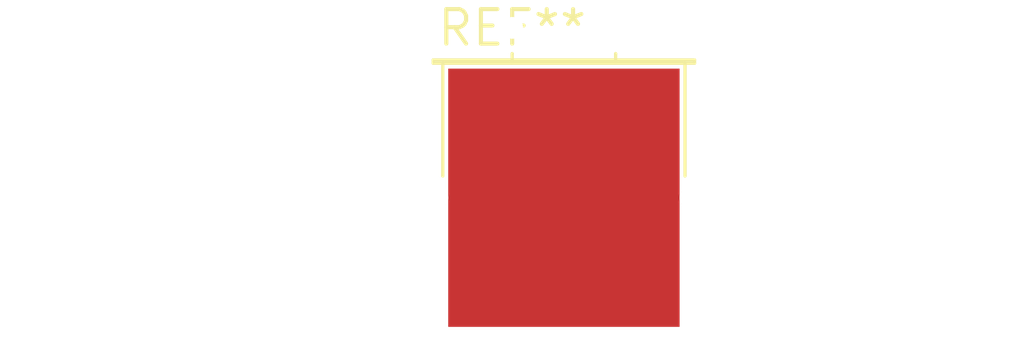
<source format=kicad_pcb>
(kicad_pcb (version 20240108) (generator pcbnew)
  (layers (0 "F.Cu" signal) (31 "B.Cu" signal) (34 "B.Paste" user) (35 "F.Paste" user) (36 "B.SilkS" user "B.Silkscreen") (37 "F.SilkS" user "F.Silkscreen") (38 "B.Mask" user) (39 "F.Mask" user) (44 "Edge.Cuts" user))
  (net 0 "")
  (footprint "Crystal_HC52-U_Horizontal_1EP_style2" (layer "F.Cu") (at 0 0)
    (property "Reference" "REF**")
    (property "Value" "Crystal_HC52-U_Horizontal_1EP_style2")
    (fp_line (start -2.9 1.18) (end 6.7 1.18) (layer "F.SilkS") (stroke (width 0.12)))
    (fp_line (start -2.9 1.3) (end -2.9 1.18) (layer "F.SilkS") (stroke (width 0.12)))
    (fp_line (start -2.55 1.3) (end 6.35 1.3) (layer "F.SilkS") (stroke (width 0.12)))
    (fp_line (start -2.55 5.45) (end -2.55 1.3) (layer "F.SilkS") (stroke (width 0.12)))
    (fp_line (start 0 0.95) (end 0 0.95) (layer "F.SilkS") (stroke (width 0.12)))
    (fp_line (start 0 1.3) (end 0 0.95) (layer "F.SilkS") (stroke (width 0.12)))
    (fp_line (start 3.8 0.95) (end 3.8 0.95) (layer "F.SilkS") (stroke (width 0.12)))
    (fp_line (start 3.8 1.3) (end 3.8 0.95) (layer "F.SilkS") (stroke (width 0.12)))
    (fp_line (start 6.35 1.3) (end 6.35 5.45) (layer "F.SilkS") (stroke (width 0.12)))
    (fp_line (start 6.7 1.18) (end 6.7 1.3) (layer "F.SilkS") (stroke (width 0.12)))
    (fp_line (start 6.7 1.3) (end -2.9 1.3) (layer "F.SilkS") (stroke (width 0.12)))
    (pad "1" thru_hole circle (at 0 0) (size 1.5 1.5) (drill 0.8) (layers *.Cu *.Mask) (remove_unused_layers))
    (pad "2" thru_hole circle (at 3.8 0) (size 1.5 1.5) (drill 0.8) (layers *.Cu *.Mask) (remove_unused_layers))
    (pad "3" thru_hole rect (at -2.75 6.25) (size 1.2 1.2) (drill 0.8) (layers *.Cu *.Mask) (remove_unused_layers))
    (pad "3" smd rect (at 1.9 6.25) (size 8.5 9.5) (layers "F.Cu" "F.Paste" "F.Mask"))
    (pad "3" thru_hole rect (at 6.55 6.25) (size 1.2 1.2) (drill 0.8) (layers *.Cu *.Mask) (remove_unused_layers))
  )
)
</source>
